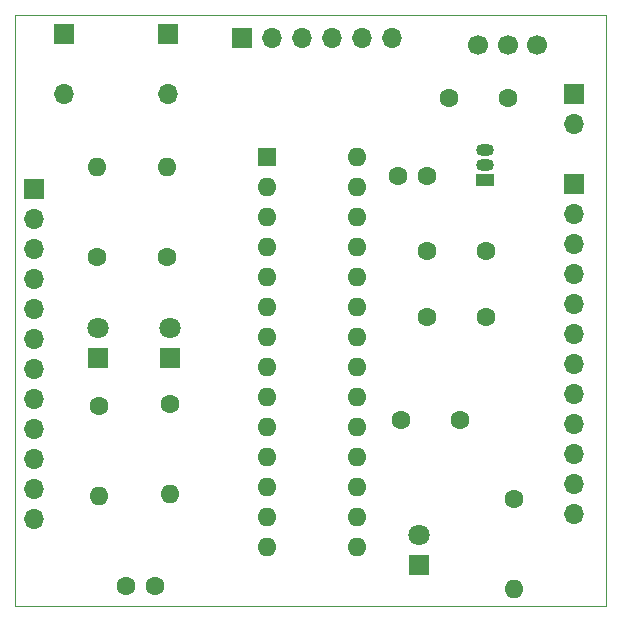
<source format=gbr>
%TF.GenerationSoftware,KiCad,Pcbnew,7.0.1*%
%TF.CreationDate,2023-04-16T18:59:37-05:00*%
%TF.ProjectId,HW4,4857342e-6b69-4636-9164-5f7063625858,rev?*%
%TF.SameCoordinates,Original*%
%TF.FileFunction,Soldermask,Bot*%
%TF.FilePolarity,Negative*%
%FSLAX46Y46*%
G04 Gerber Fmt 4.6, Leading zero omitted, Abs format (unit mm)*
G04 Created by KiCad (PCBNEW 7.0.1) date 2023-04-16 18:59:37*
%MOMM*%
%LPD*%
G01*
G04 APERTURE LIST*
%ADD10C,1.600000*%
%ADD11R,1.500000X1.050000*%
%ADD12O,1.500000X1.050000*%
%ADD13R,1.600000X1.600000*%
%ADD14O,1.600000X1.600000*%
%ADD15C,1.700000*%
%ADD16R,1.700000X1.700000*%
%ADD17O,1.700000X1.700000*%
%ADD18R,1.800000X1.800000*%
%ADD19C,1.800000*%
%TA.AperFunction,Profile*%
%ADD20C,0.100000*%
%TD*%
G04 APERTURE END LIST*
D10*
%TO.C,C1*%
X111840593Y-148305838D03*
X109340593Y-148305838D03*
%TD*%
D11*
%TO.C,U2*%
X139764813Y-113923902D03*
D12*
X139764813Y-112653902D03*
X139764813Y-111383902D03*
%TD*%
D13*
%TO.C,U1*%
X121274094Y-112039603D03*
D14*
X121274094Y-114579603D03*
X121274094Y-117119603D03*
X121274094Y-119659603D03*
X121274094Y-122199603D03*
X121274094Y-124739603D03*
X121274094Y-127279603D03*
X121274094Y-129819603D03*
X121274094Y-132359603D03*
X121274094Y-134899603D03*
X121274094Y-137439603D03*
X121274094Y-139979603D03*
X121274094Y-142519603D03*
X121274094Y-145059603D03*
X128894094Y-145059603D03*
X128894094Y-142519603D03*
X128894094Y-139979603D03*
X128894094Y-137439603D03*
X128894094Y-134899603D03*
X128894094Y-132359603D03*
X128894094Y-129819603D03*
X128894094Y-127279603D03*
X128894094Y-124739603D03*
X128894094Y-122199603D03*
X128894094Y-119659603D03*
X128894094Y-117119603D03*
X128894094Y-114579603D03*
X128894094Y-112039603D03*
%TD*%
D15*
%TO.C,SW3*%
X139178524Y-102524073D03*
X141678524Y-102524073D03*
X144178524Y-102524073D03*
%TD*%
D16*
%TO.C,SW2*%
X104140000Y-101600000D03*
D17*
X104140000Y-106680000D03*
%TD*%
D16*
%TO.C,SW1*%
X112907148Y-101596996D03*
D17*
X112907148Y-106676996D03*
%TD*%
D10*
%TO.C,R5*%
X142240000Y-140970000D03*
D14*
X142240000Y-148590000D03*
%TD*%
%TO.C,R4*%
X107038775Y-140730304D03*
D10*
X107038775Y-133110304D03*
%TD*%
%TO.C,R3*%
X113062406Y-132965592D03*
D14*
X113062406Y-140585592D03*
%TD*%
%TO.C,R2*%
X106937784Y-112874741D03*
D10*
X106937784Y-120494741D03*
%TD*%
D14*
%TO.C,R1*%
X112834792Y-112874741D03*
D10*
X112834792Y-120494741D03*
%TD*%
D16*
%TO.C,J4*%
X147320000Y-114300000D03*
D17*
X147320000Y-116840000D03*
X147320000Y-119380000D03*
X147320000Y-121920000D03*
X147320000Y-124460000D03*
X147320000Y-127000000D03*
X147320000Y-129540000D03*
X147320000Y-132080000D03*
X147320000Y-134620000D03*
X147320000Y-137160000D03*
X147320000Y-139700000D03*
X147320000Y-142240000D03*
%TD*%
D16*
%TO.C,J3*%
X101595494Y-114723589D03*
D17*
X101595494Y-117263589D03*
X101595494Y-119803589D03*
X101595494Y-122343589D03*
X101595494Y-124883589D03*
X101595494Y-127423589D03*
X101595494Y-129963589D03*
X101595494Y-132503589D03*
X101595494Y-135043589D03*
X101595494Y-137583589D03*
X101595494Y-140123589D03*
X101595494Y-142663589D03*
%TD*%
D16*
%TO.C,J2*%
X147320000Y-106680000D03*
D17*
X147320000Y-109220000D03*
%TD*%
D16*
%TO.C,J1*%
X119168939Y-101937683D03*
D17*
X121708939Y-101937683D03*
X124248939Y-101937683D03*
X126788939Y-101937683D03*
X129328939Y-101937683D03*
X131868939Y-101937683D03*
%TD*%
D18*
%TO.C,D3*%
X134172314Y-146524084D03*
D19*
X134172314Y-143984084D03*
%TD*%
D18*
%TO.C,D2*%
X106973962Y-129075693D03*
D19*
X106973962Y-126535693D03*
%TD*%
D18*
%TO.C,D1*%
X113088038Y-129003337D03*
D19*
X113088038Y-126463337D03*
%TD*%
D10*
%TO.C,C6*%
X139819080Y-125563427D03*
X134819080Y-125563427D03*
%TD*%
%TO.C,C5*%
X134837169Y-119955843D03*
X139837169Y-119955843D03*
%TD*%
%TO.C,C4*%
X141682245Y-107064407D03*
X136682245Y-107064407D03*
%TD*%
%TO.C,C3*%
X132352153Y-113591526D03*
X134852153Y-113591526D03*
%TD*%
%TO.C,C2*%
X132630313Y-134300405D03*
X137630313Y-134300405D03*
%TD*%
D20*
X150000000Y-100000000D02*
X100000000Y-100000000D01*
X150000000Y-150000000D02*
X150000000Y-100000000D01*
X100000000Y-150000000D02*
X150000000Y-150000000D01*
X100000000Y-100000000D02*
X100000000Y-150000000D01*
M02*

</source>
